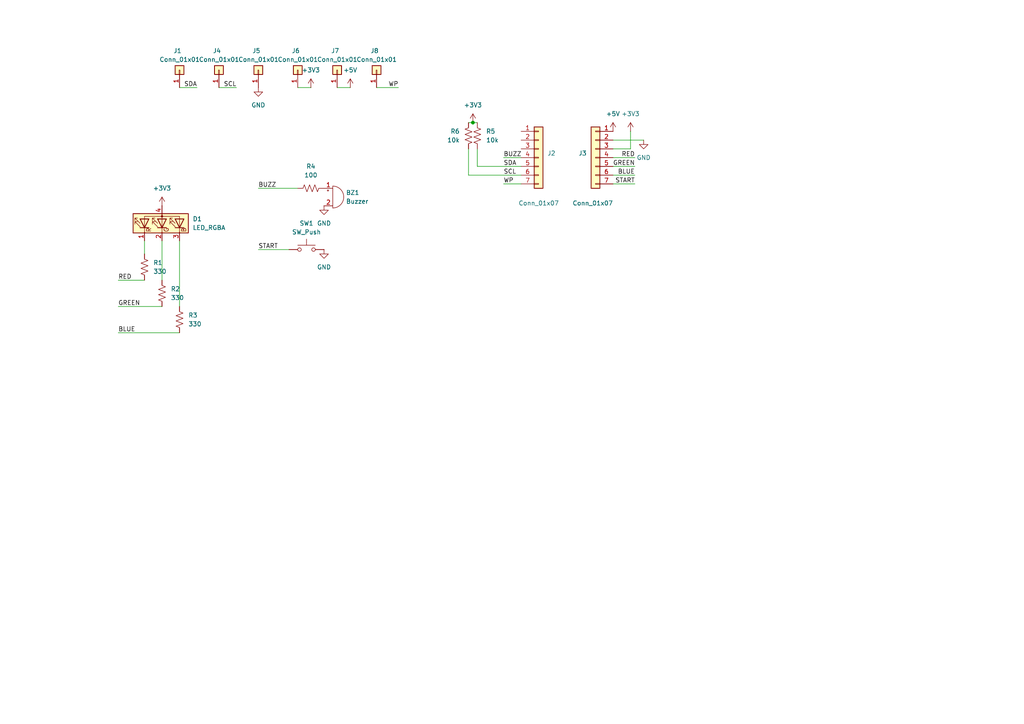
<source format=kicad_sch>
(kicad_sch (version 20231120) (generator "eeschema") (generator_version "8.0")
  (paper "A4")
  (lib_symbols
    (symbol "Connector_Generic:Conn_01x01" (pin_names (offset 1.016) hide)
      (property "Reference" "J" (at 0 2.54 0))
      (property "Value" "Conn_01x01" (at 0 -2.54 0))
      (symbol "Conn_01x01_1_1"
        (rectangle (start -1.27 0.127) (end 0 -0.127) (stroke (width 0.1524)))
        (rectangle (start -1.27 1.27) (end 1.27 -1.27) (stroke (width 0.254)) (fill (type background)))
        (pin passive line (at -5.08 0 0) (length 3.81) (name "Pin_1") (number "1"))
      )
    )
    (symbol "Connector_Generic:Conn_01x07" (pin_names (offset 1.016) hide)
      (property "Reference" "J" (at 0 10.16 0))
      (property "Value" "Conn_01x07" (at 0 -10.16 0))
      (symbol "Conn_01x07_1_1"
        (rectangle (start -1.27 -7.493) (end 0 -7.747) (stroke (width 0.1524)))
        (rectangle (start -1.27 -4.953) (end 0 -5.207) (stroke (width 0.1524)))
        (rectangle (start -1.27 -2.413) (end 0 -2.667) (stroke (width 0.1524)))
        (rectangle (start -1.27 0.127) (end 0 -0.127) (stroke (width 0.1524)))
        (rectangle (start -1.27 2.667) (end 0 2.413) (stroke (width 0.1524)))
        (rectangle (start -1.27 5.207) (end 0 4.953) (stroke (width 0.1524)))
        (rectangle (start -1.27 7.747) (end 0 7.493) (stroke (width 0.1524)))
        (rectangle (start -1.27 8.89) (end 1.27 -8.89) (stroke (width 0.254)) (fill (type background)))
        (pin passive line (at -5.08 7.62 0) (length 3.81) (name "Pin_1") (number "1"))
        (pin passive line (at -5.08 5.08 0) (length 3.81) (name "Pin_2") (number "2"))
        (pin passive line (at -5.08 2.54 0) (length 3.81) (name "Pin_3") (number "3"))
        (pin passive line (at -5.08 0 0) (length 3.81) (name "Pin_4") (number "4"))
        (pin passive line (at -5.08 -2.54 0) (length 3.81) (name "Pin_5") (number "5"))
        (pin passive line (at -5.08 -5.08 0) (length 3.81) (name "Pin_6") (number "6"))
        (pin passive line (at -5.08 -7.62 0) (length 3.81) (name "Pin_7") (number "7"))
      )
    )
    (symbol "Device:Buzzer" (pin_names (offset 0.0254) hide)
      (property "Reference" "BZ" (at 3.81 1.27 0))
      (property "Value" "Buzzer" (at 3.81 -1.27 0))
      (symbol "Buzzer_0_1"
        (arc (start 0 -3.175) (mid 3.1612 0) (end 0 3.175))
        (polyline (pts (xy -1.651 1.905) (xy -1.143 1.905)))
        (polyline (pts (xy -1.397 2.159) (xy -1.397 1.651)))
        (polyline (pts (xy 0 3.175) (xy 0 -3.175)))
      )
      (symbol "Buzzer_1_1"
        (pin passive line (at -2.54 2.54 0) (length 2.54) (name "+") (number "1"))
        (pin passive line (at -2.54 -2.54 0) (length 2.54) (name "-") (number "2"))
      )
    )
    (symbol "Device:LED_RGBA" (pin_names (offset 0) hide)
      (property "Reference" "D" (at 0 9.398 0))
      (property "Value" "LED_RGBA" (at 0 -8.89 0))
      (symbol "LED_RGBA_0_0"
        (text "B" (at -1.905 -6.35 0) (effects (font (size 1.27 1.27))))
        (text "G" (at -1.905 -1.27 0) (effects (font (size 1.27 1.27))))
        (text "R" (at -1.905 3.81 0) (effects (font (size 1.27 1.27))))
      )
      (symbol "LED_RGBA_0_1"
        (polyline (pts (xy -1.27 -5.08) (xy -2.54 -5.08)))
        (polyline (pts (xy -1.27 -5.08) (xy 1.27 -5.08)))
        (polyline (pts (xy -1.27 -3.81) (xy -1.27 -6.35)) (stroke (width 0.254)))
        (polyline (pts (xy -1.27 0) (xy -2.54 0)))
        (polyline (pts (xy -1.27 1.27) (xy -1.27 -1.27)) (stroke (width 0.254)))
        (polyline (pts (xy -1.27 5.08) (xy -2.54 5.08)))
        (polyline (pts (xy -1.27 5.08) (xy 1.27 5.08)))
        (polyline (pts (xy -1.27 6.35) (xy -1.27 3.81)) (stroke (width 0.254)))
        (polyline (pts (xy 1.27 0) (xy -1.27 0)))
        (polyline (pts (xy 1.27 0) (xy 2.54 0)))
        (polyline (pts (xy -1.27 1.27) (xy -1.27 -1.27) (xy -1.27 -1.27)))
        (polyline (pts (xy -1.27 6.35) (xy -1.27 3.81) (xy -1.27 3.81)))
        (polyline (pts (xy 1.27 -5.08) (xy 2.032 -5.08) (xy 2.032 5.08) (xy 1.27 5.08)))
        (polyline (pts (xy 1.27 -3.81) (xy 1.27 -6.35) (xy -1.27 -5.08) (xy 1.27 -3.81)) (stroke (width 0.254)))
        (polyline (pts (xy 1.27 1.27) (xy 1.27 -1.27) (xy -1.27 0) (xy 1.27 1.27)) (stroke (width 0.254)))
        (polyline (pts (xy 1.27 6.35) (xy 1.27 3.81) (xy -1.27 5.08) (xy 1.27 6.35)) (stroke (width 0.254)))
        (polyline (pts (xy -1.016 -3.81) (xy 0.508 -2.286) (xy -0.254 -2.286) (xy 0.508 -2.286) (xy 0.508 -3.048)))
        (polyline (pts (xy -1.016 1.27) (xy 0.508 2.794) (xy -0.254 2.794) (xy 0.508 2.794) (xy 0.508 2.032)))
        (polyline (pts (xy -1.016 6.35) (xy 0.508 7.874) (xy -0.254 7.874) (xy 0.508 7.874) (xy 0.508 7.112)))
        (polyline (pts (xy 0 -3.81) (xy 1.524 -2.286) (xy 0.762 -2.286) (xy 1.524 -2.286) (xy 1.524 -3.048)))
        (polyline (pts (xy 0 1.27) (xy 1.524 2.794) (xy 0.762 2.794) (xy 1.524 2.794) (xy 1.524 2.032)))
        (polyline (pts (xy 0 6.35) (xy 1.524 7.874) (xy 0.762 7.874) (xy 1.524 7.874) (xy 1.524 7.112)))
        (rectangle (start 1.27 -1.27) (end 1.27 1.27))
        (rectangle (start 1.27 1.27) (end 1.27 1.27))
        (rectangle (start 1.27 3.81) (end 1.27 6.35))
        (rectangle (start 1.27 6.35) (end 1.27 6.35))
        (circle (center 2.032 0) (radius 0.254) (fill (type outline)))
        (rectangle (start 2.794 8.382) (end -2.794 -7.62) (stroke (width 0.254)) (fill (type background)))
      )
      (symbol "LED_RGBA_1_1"
        (pin passive line (at -5.08 5.08 0) (length 2.54) (name "RK") (number "1"))
        (pin passive line (at -5.08 0 0) (length 2.54) (name "GK") (number "2"))
        (pin passive line (at -5.08 -5.08 0) (length 2.54) (name "BK") (number "3"))
        (pin passive line (at 5.08 0 180) (length 2.54) (name "A") (number "4"))
      )
    )
    (symbol "Device:R_US" (pin_numbers hide) (pin_names (offset 0))
      (property "Reference" "R" (at 2.54 0 90))
      (property "Value" "R_US" (at -2.54 0 90))
      (symbol "R_US_0_1"
        (polyline (pts (xy 0 -2.286) (xy 0 -2.54)))
        (polyline (pts (xy 0 2.286) (xy 0 2.54)))
        (polyline (pts (xy 0 -0.762) (xy 1.016 -1.143) (xy 0 -1.524) (xy -1.016 -1.905) (xy 0 -2.286)))
        (polyline (pts (xy 0 0.762) (xy 1.016 0.381) (xy 0 0) (xy -1.016 -0.381) (xy 0 -0.762)))
        (polyline (pts (xy 0 2.286) (xy 1.016 1.905) (xy 0 1.524) (xy -1.016 1.143) (xy 0 0.762)))
      )
      (symbol "R_US_1_1"
        (pin passive line (at 0 3.81 270) (length 1.27) (name "~") (number "1"))
        (pin passive line (at 0 -3.81 90) (length 1.27) (name "~") (number "2"))
      )
    )
    (symbol "Switch:SW_Push" (pin_numbers hide) (pin_names (offset 1.016) hide)
      (property "Reference" "SW" (at 1.27 2.54 0))
      (property "Value" "SW_Push" (at 0 -1.524 0))
      (symbol "SW_Push_0_1"
        (circle (center -2.032 0) (radius 0.508))
        (polyline (pts (xy 0 1.27) (xy 0 3.048)))
        (polyline (pts (xy 2.54 1.27) (xy -2.54 1.27)))
        (circle (center 2.032 0) (radius 0.508))
        (pin passive line (at -5.08 0 0) (length 2.54) (name "1") (number "1"))
        (pin passive line (at 5.08 0 180) (length 2.54) (name "2") (number "2"))
      )
    )
    (symbol "power:+3V3" (power) (pin_numbers hide) (pin_names (offset 0) hide)
      (property "Value" "+3V3" (at 0 3.556 0))
      (symbol "+3V3_0_1"
        (polyline (pts (xy -0.762 1.27) (xy 0 2.54)))
        (polyline (pts (xy 0 0) (xy 0 2.54)))
        (polyline (pts (xy 0 2.54) (xy 0.762 1.27)))
      )
      (symbol "+3V3_1_1"
        (pin power_in line (at 0 0 90) (length 0) (name "~") (number "1"))
      )
    )
    (symbol "power:+5V" (power) (pin_numbers hide) (pin_names (offset 0) hide)
      (property "Value" "+5V" (at 0 3.556 0))
      (symbol "+5V_0_1"
        (polyline (pts (xy -0.762 1.27) (xy 0 2.54)))
        (polyline (pts (xy 0 0) (xy 0 2.54)))
        (polyline (pts (xy 0 2.54) (xy 0.762 1.27)))
      )
      (symbol "+5V_1_1"
        (pin power_in line (at 0 0 90) (length 0) (name "~") (number "1"))
      )
    )
    (symbol "power:GND" (power) (pin_numbers hide) (pin_names (offset 0) hide)
      (property "Value" "GND" (at 0 -3.81 0))
      (symbol "GND_0_1"
        (polyline (pts (xy 0 0) (xy 0 -1.27) (xy 1.27 -1.27) (xy 0 -2.54) (xy -1.27 -1.27) (xy 0 -1.27)))
      )
      (symbol "GND_1_1"
        (pin power_in line (at 0 0 270) (length 0) (name "~") (number "1"))
      )
    )
  )
  (junction (at 137.16 35.56))
  (wire (pts (xy 86.36 25.4) (xy 90.17 25.4)))
  (wire (pts (xy 177.8 50.8) (xy 184.15 50.8)))
  (wire (pts (xy 182.88 43.18) (xy 182.88 38.1)))
  (wire (pts (xy 177.8 48.26) (xy 184.15 48.26)))
  (wire (pts (xy 177.8 53.34) (xy 184.15 53.34)))
  (wire (pts (xy 146.05 53.34) (xy 151.13 53.34)))
  (wire (pts (xy 41.91 69.85) (xy 41.91 73.66)))
  (wire (pts (xy 177.8 45.72) (xy 184.15 45.72)))
  (wire (pts (xy 151.13 48.26) (xy 138.43 48.26)))
  (wire (pts (xy 46.99 69.85) (xy 46.99 81.28)))
  (wire (pts (xy 137.16 35.56) (xy 138.43 35.56)))
  (wire (pts (xy 52.07 69.85) (xy 52.07 88.9)))
  (wire (pts (xy 34.29 81.28) (xy 41.91 81.28)))
  (wire (pts (xy 63.5 25.4) (xy 68.58 25.4)))
  (wire (pts (xy 109.22 25.4) (xy 115.57 25.4)))
  (wire (pts (xy 135.89 50.8) (xy 135.89 43.18)))
  (wire (pts (xy 74.93 54.61) (xy 86.36 54.61)))
  (wire (pts (xy 138.43 48.26) (xy 138.43 43.18)))
  (wire (pts (xy 135.89 35.56) (xy 137.16 35.56)))
  (wire (pts (xy 74.93 72.39) (xy 83.82 72.39)))
  (wire (pts (xy 151.13 50.8) (xy 135.89 50.8)))
  (wire (pts (xy 97.79 25.4) (xy 101.6 25.4)))
  (wire (pts (xy 177.8 43.18) (xy 182.88 43.18)))
  (wire (pts (xy 177.8 40.64) (xy 186.69 40.64)))
  (wire (pts (xy 52.07 25.4) (xy 57.15 25.4)))
  (wire (pts (xy 34.29 88.9) (xy 46.99 88.9)))
  (wire (pts (xy 34.29 96.52) (xy 52.07 96.52)))
  (wire (pts (xy 146.05 45.72) (xy 151.13 45.72)))
  (label "RED" (at 184.15 45.72 180))
  (label "BLUE" (at 34.29 96.52 0))
  (label "START" (at 74.93 72.39 0))
  (label "BUZZ" (at 74.93 54.61 0))
  (label "BUZZ" (at 146.05 45.72 0))
  (label "WP" (at 146.05 53.34 0))
  (label "SCL" (at 146.05 50.8 0))
  (label "GREEN" (at 184.15 48.26 180))
  (label "SDA" (at 146.05 48.26 0))
  (label "RED" (at 34.29 81.28 0))
  (label "SCL" (at 68.58 25.4 180))
  (label "SDA" (at 57.15 25.4 180))
  (label "WP" (at 115.57 25.4 180))
  (label "GREEN" (at 34.29 88.9 0))
  (label "START" (at 184.15 53.34 180))
  (label "BLUE" (at 184.15 50.8 180))
  (symbol (lib_id "Device:R_US") (at 46.99 85.09 0) (unit 1)
    (property "Reference" "R2" (at 49.53 83.8199 0) (effects (justify left)))
    (property "Value" "330" (at 49.53 86.3599 0) (effects (justify left)))
    (property "Footprint" "Resistor_THT:R_Axial_DIN0207_L6.3mm_D2.5mm_P7.62mm_Horizontal" (effects (hide yes)))
    (property "Description" "Resistor, US symbol" (effects (hide yes)))
  )
  (symbol (lib_id "power:+3V3") (at 46.99 59.69 0) (unit 1)
    (property "Reference" "#PWR07" (effects (hide yes)))
    (property "Value" "+3V3" (at 46.99 54.61 0))
    (property "Description" "Power symbol creates a global label with name \"+3V3\"" (effects (hide yes)))
  )
  (symbol (lib_id "Device:R_US") (at 135.89 39.37 0) (mirror x) (unit 1)
    (property "Reference" "R6" (at 133.35 38.0999 0) (effects (justify right)))
    (property "Value" "10k" (at 133.35 40.6399 0) (effects (justify right)))
    (property "Footprint" "Resistor_THT:R_Axial_DIN0207_L6.3mm_D2.5mm_P7.62mm_Horizontal" (effects (hide yes)))
    (property "Description" "Resistor, US symbol" (effects (hide yes)))
  )
  (symbol (lib_id "Connector_Generic:Conn_01x01") (at 97.79 20.32 90) (unit 1)
    (property "Reference" "J7" (at 96.012 14.732 90) (effects (justify right)))
    (property "Value" "Conn_01x01" (at 91.948 17.272 90) (effects (justify right)))
    (property "Description" "Generic connector, single row, 01x01, script generated (kicad-library-utils/schlib/autogen/connector/)" (effects (hide yes)))
  )
  (symbol (lib_id "power:+3V3") (at 137.16 35.56 0) (unit 1)
    (property "Reference" "#PWR010" (effects (hide yes)))
    (property "Value" "+3V3" (at 137.16 30.48 0))
    (property "Description" "Power symbol creates a global label with name \"+3V3\"" (effects (hide yes)))
  )
  (symbol (lib_id "Connector_Generic:Conn_01x01") (at 63.5 20.32 90) (unit 1)
    (property "Reference" "J4" (at 61.722 14.732 90) (effects (justify right)))
    (property "Value" "Conn_01x01" (at 57.658 17.272 90) (effects (justify right)))
    (property "Description" "Generic connector, single row, 01x01, script generated (kicad-library-utils/schlib/autogen/connector/)" (effects (hide yes)))
  )
  (symbol (lib_id "power:+3V3") (at 90.17 25.4 0) (unit 1)
    (property "Reference" "#PWR06" (effects (hide yes)))
    (property "Value" "+3V3" (at 90.17 20.32 0))
    (property "Description" "Power symbol creates a global label with name \"+3V3\"" (effects (hide yes)))
  )
  (symbol (lib_id "power:+5V") (at 101.6 25.4 0) (unit 1)
    (property "Reference" "#PWR04" (effects (hide yes)))
    (property "Value" "+5V" (at 101.6 20.32 0))
    (property "Description" "Power symbol creates a global label with name \"+5V\"" (effects (hide yes)))
  )
  (symbol (lib_id "Switch:SW_Push") (at 88.9 72.39 0) (unit 1)
    (property "Reference" "SW1" (at 88.9 64.77 0))
    (property "Value" "SW_Push" (at 88.9 67.31 0))
    (property "Footprint" "Button_Switch_THT:SW_PUSH-12mm" (effects (hide yes)))
    (property "Description" "Push button switch, generic, two pins" (effects (hide yes)))
  )
  (symbol (lib_id "power:GND") (at 93.98 72.39 0) (unit 1)
    (property "Reference" "#PWR08" (effects (hide yes)))
    (property "Value" "GND" (at 93.98 77.47 0))
    (property "Description" "Power symbol creates a global label with name \"GND\" , ground" (effects (hide yes)))
  )
  (symbol (lib_id "power:+5V") (at 177.8 38.1 0) (unit 1)
    (property "Reference" "#PWR01" (effects (hide yes)))
    (property "Value" "+5V" (at 177.8 33.02 0))
    (property "Description" "Power symbol creates a global label with name \"+5V\"" (effects (hide yes)))
  )
  (symbol (lib_id "Device:R_US") (at 138.43 39.37 180) (unit 1)
    (property "Reference" "R5" (at 140.97 38.0999 0) (effects (justify right)))
    (property "Value" "10k" (at 140.97 40.6399 0) (effects (justify right)))
    (property "Footprint" "Resistor_THT:R_Axial_DIN0207_L6.3mm_D2.5mm_P7.62mm_Horizontal" (effects (hide yes)))
    (property "Description" "Resistor, US symbol" (effects (hide yes)))
  )
  (symbol (lib_id "Connector_Generic:Conn_01x01") (at 52.07 20.32 90) (unit 1)
    (property "Reference" "J1" (at 50.292 14.732 90) (effects (justify right)))
    (property "Value" "Conn_01x01" (at 46.228 17.272 90) (effects (justify right)))
    (property "Description" "Generic connector, single row, 01x01, script generated (kicad-library-utils/schlib/autogen/connector/)" (effects (hide yes)))
  )
  (symbol (lib_id "Device:R_US") (at 52.07 92.71 0) (unit 1)
    (property "Reference" "R3" (at 54.61 91.4399 0) (effects (justify left)))
    (property "Value" "330" (at 54.61 93.9799 0) (effects (justify left)))
    (property "Footprint" "Resistor_THT:R_Axial_DIN0207_L6.3mm_D2.5mm_P7.62mm_Horizontal" (effects (hide yes)))
    (property "Description" "Resistor, US symbol" (effects (hide yes)))
  )
  (symbol (lib_id "Connector_Generic:Conn_01x01") (at 74.93 20.32 90) (unit 1)
    (property "Reference" "J5" (at 73.152 14.732 90) (effects (justify right)))
    (property "Value" "Conn_01x01" (at 69.088 17.272 90) (effects (justify right)))
    (property "Description" "Generic connector, single row, 01x01, script generated (kicad-library-utils/schlib/autogen/connector/)" (effects (hide yes)))
  )
  (symbol (lib_id "power:+3V3") (at 182.88 38.1 0) (unit 1)
    (property "Reference" "#PWR02" (effects (hide yes)))
    (property "Value" "+3V3" (at 182.88 33.02 0))
    (property "Description" "Power symbol creates a global label with name \"+3V3\"" (effects (hide yes)))
  )
  (symbol (lib_id "Device:R_US") (at 90.17 54.61 90) (unit 1)
    (property "Reference" "R4" (at 90.17 48.26 90))
    (property "Value" "100" (at 90.17 50.8 90))
    (property "Footprint" "Resistor_THT:R_Axial_DIN0207_L6.3mm_D2.5mm_P7.62mm_Horizontal" (effects (hide yes)))
    (property "Description" "Resistor, US symbol" (effects (hide yes)))
  )
  (symbol (lib_id "power:GND") (at 186.69 40.64 0) (unit 1)
    (property "Reference" "#PWR03" (effects (hide yes)))
    (property "Value" "GND" (at 186.69 45.72 0))
    (property "Description" "Power symbol creates a global label with name \"GND\" , ground" (effects (hide yes)))
  )
  (symbol (lib_id "Device:R_US") (at 41.91 77.47 0) (unit 1)
    (property "Reference" "R1" (at 44.45 76.1999 0) (effects (justify left)))
    (property "Value" "330" (at 44.45 78.7399 0) (effects (justify left)))
    (property "Footprint" "Resistor_THT:R_Axial_DIN0207_L6.3mm_D2.5mm_P7.62mm_Horizontal" (effects (hide yes)))
    (property "Description" "Resistor, US symbol" (effects (hide yes)))
  )
  (symbol (lib_id "Connector_Generic:Conn_01x01") (at 86.36 20.32 90) (unit 1)
    (property "Reference" "J6" (at 84.582 14.732 90) (effects (justify right)))
    (property "Value" "Conn_01x01" (at 80.518 17.272 90) (effects (justify right)))
    (property "Description" "Generic connector, single row, 01x01, script generated (kicad-library-utils/schlib/autogen/connector/)" (effects (hide yes)))
  )
  (symbol (lib_id "Device:LED_RGBA") (at 46.99 64.77 90) (unit 1)
    (property "Reference" "D1" (at 55.88 63.4999 90) (effects (justify right)))
    (property "Value" "LED_RGBA" (at 55.88 66.0399 90) (effects (justify right)))
    (property "Footprint" "LED_THT:LED_D5.0mm-4_RGB" (effects (hide yes)))
    (property "Description" "RGB LED, red/green/blue/anode" (effects (hide yes)))
  )
  (symbol (lib_id "Connector_Generic:Conn_01x07") (at 172.72 45.72 0) (mirror y) (unit 1)
    (property "Reference" "J3" (at 170.18 44.4499 0) (effects (justify left)))
    (property "Value" "Conn_01x07" (at 177.8 58.928 0) (effects (justify left)))
    (property "Footprint" "Connector_PinHeader_2.54mm:PinHeader_1x07_P2.54mm_Vertical" (effects (hide yes)))
    (property "Description" "Generic connector, single row, 01x07, script generated (kicad-library-utils/schlib/autogen/connector/)" (effects (hide yes)))
  )
  (symbol (lib_id "power:GND") (at 93.98 59.69 0) (unit 1)
    (property "Reference" "#PWR09" (effects (hide yes)))
    (property "Value" "GND" (at 93.98 64.77 0))
    (property "Description" "Power symbol creates a global label with name \"GND\" , ground" (effects (hide yes)))
  )
  (symbol (lib_id "power:GND") (at 74.93 25.4 0) (unit 1)
    (property "Reference" "#PWR05" (effects (hide yes)))
    (property "Value" "GND" (at 74.93 30.48 0))
    (property "Description" "Power symbol creates a global label with name \"GND\" , ground" (effects (hide yes)))
  )
  (symbol (lib_id "Connector_Generic:Conn_01x07") (at 156.21 45.72 0) (unit 1)
    (property "Reference" "J2" (at 158.75 44.4499 0) (effects (justify left)))
    (property "Value" "Conn_01x07" (at 150.368 58.928 0) (effects (justify left)))
    (property "Footprint" "Connector_PinHeader_2.54mm:PinHeader_1x07_P2.54mm_Vertical" (effects (hide yes)))
    (property "Description" "Generic connector, single row, 01x07, script generated (kicad-library-utils/schlib/autogen/connector/)" (effects (hide yes)))
  )
  (symbol (lib_id "Device:Buzzer") (at 96.52 57.15 0) (unit 1)
    (property "Reference" "BZ1" (at 100.33 55.8799 0) (effects (justify left)))
    (property "Value" "Buzzer" (at 100.33 58.4199 0) (effects (justify left)))
    (property "Footprint" "Buzzer_Beeper:Buzzer_TDK_PS1240P02BT_D12.2mm_H6.5mm" (effects (hide yes)))
    (property "Description" "Buzzer, polarized" (effects (hide yes)))
  )
  (symbol (lib_id "Connector_Generic:Conn_01x01") (at 109.22 20.32 90) (unit 1)
    (property "Reference" "J8" (at 107.442 14.732 90) (effects (justify right)))
    (property "Value" "Conn_01x01" (at 103.378 17.272 90) (effects (justify right)))
    (property "Description" "Generic connector, single row, 01x01, script generated (kicad-library-utils/schlib/autogen/connector/)" (effects (hide yes)))
  )
)
</source>
